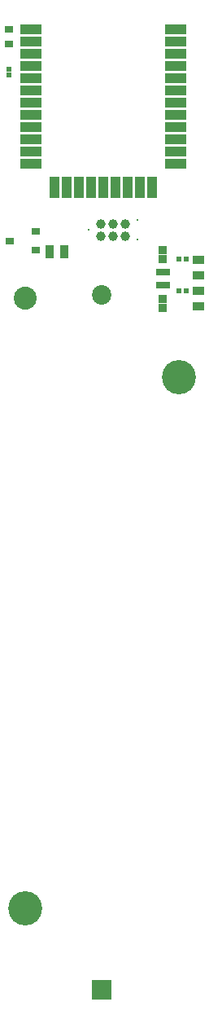
<source format=gts>
G04*
G04 #@! TF.GenerationSoftware,Altium Limited,Altium Designer,24.5.2 (23)*
G04*
G04 Layer_Color=8388736*
%FSLAX44Y44*%
%MOMM*%
G71*
G04*
G04 #@! TF.SameCoordinates,2FE71BF4-1BC5-4688-A169-50693282DBDC*
G04*
G04*
G04 #@! TF.FilePolarity,Negative*
G04*
G01*
G75*
%ADD21R,0.5153X0.4725*%
%ADD23R,0.9500X1.3500*%
%ADD25R,0.9000X0.7500*%
%ADD27R,2.2032X1.0032*%
%ADD28R,1.0032X2.2032*%
%ADD29R,0.8532X0.9032*%
%ADD30R,0.5032X0.6532*%
%ADD31R,1.1532X0.9732*%
%ADD32C,0.9906*%
%ADD33R,0.9532X0.8032*%
%ADD34R,0.5032X0.4732*%
%ADD35R,2.0200X2.0200*%
%ADD36C,2.0200*%
%ADD37C,3.5500*%
%ADD38C,2.3900*%
%ADD39C,0.3032*%
D21*
X444524Y1060450D02*
D03*
X452096D02*
D03*
X444524Y1027430D02*
D03*
X452096D02*
D03*
D23*
X324880Y1068070D02*
D03*
X309880D02*
D03*
D25*
X267970Y1299470D02*
D03*
Y1283970D02*
D03*
D27*
X290830Y1299210D02*
D03*
Y1286510D02*
D03*
Y1273810D02*
D03*
Y1261110D02*
D03*
Y1248410D02*
D03*
Y1235710D02*
D03*
Y1223010D02*
D03*
Y1210310D02*
D03*
Y1197610D02*
D03*
Y1184910D02*
D03*
Y1172210D02*
D03*
Y1159510D02*
D03*
X440830D02*
D03*
Y1172210D02*
D03*
Y1184910D02*
D03*
Y1197610D02*
D03*
Y1210310D02*
D03*
Y1223010D02*
D03*
Y1235710D02*
D03*
Y1248410D02*
D03*
Y1261110D02*
D03*
Y1273810D02*
D03*
Y1286510D02*
D03*
Y1299210D02*
D03*
D28*
X315030Y1135110D02*
D03*
X327730D02*
D03*
X340430D02*
D03*
X353130D02*
D03*
X365830D02*
D03*
X378530D02*
D03*
X391230D02*
D03*
X403930D02*
D03*
X416630D02*
D03*
D29*
X427990Y1070280D02*
D03*
Y1060780D02*
D03*
Y1009980D02*
D03*
Y1019480D02*
D03*
D30*
X432990Y1046880D02*
D03*
X427990D02*
D03*
X422990D02*
D03*
Y1033380D02*
D03*
X427990D02*
D03*
X432990D02*
D03*
D31*
X464820Y1059710D02*
D03*
Y1043410D02*
D03*
Y1027960D02*
D03*
Y1011660D02*
D03*
D32*
X388620Y1084580D02*
D03*
X375920D02*
D03*
X363220D02*
D03*
X388620Y1097280D02*
D03*
X363220D02*
D03*
X375920D02*
D03*
D33*
X268690Y1079500D02*
D03*
X295190Y1089000D02*
D03*
Y1070000D02*
D03*
D34*
X267970Y1257610D02*
D03*
Y1251910D02*
D03*
D35*
X364480Y300980D02*
D03*
D36*
Y1023180D02*
D03*
D37*
X444480Y938080D02*
D03*
X284480Y386080D02*
D03*
D38*
Y1020080D02*
D03*
D39*
X401320Y1101090D02*
D03*
Y1080770D02*
D03*
X350520Y1090930D02*
D03*
M02*

</source>
